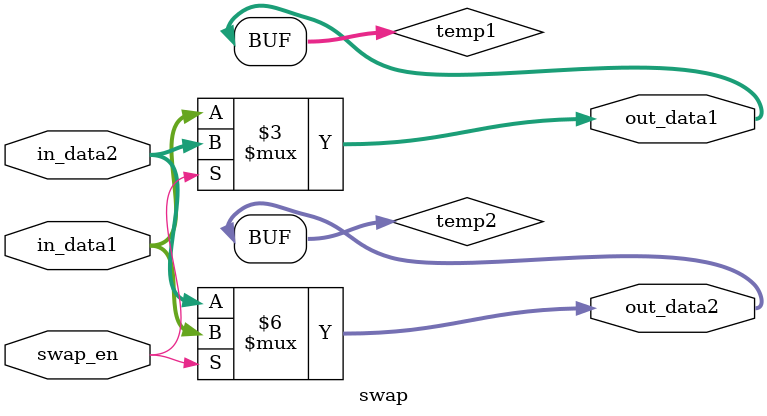
<source format=v>
module swap #(
    parameter BW=32
)
(
    input swap_en,
    input [BW-1:0] in_data1,
	input [BW-1:0] in_data2,
    output [BW-1:0] out_data1,
	output [BW-1:0] out_data2
);
reg [BW-1:0] temp1, temp2;
always @(swap_en, in_data1, in_data2) begin
    if(swap_en) begin
        temp2 <= in_data1;
        temp1 <= in_data2;
    end else begin
        temp1 <= in_data1;
        temp2 <= in_data2;
    end
end

assign out_data1 = temp1;
assign out_data2 = temp2;
endmodule

</source>
